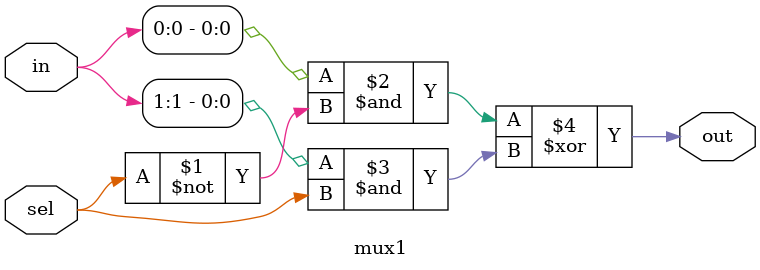
<source format=sv>
`timescale 1ns/1ps
`default_nettype none

module mux1(in, sel, out);
	input wire [1:0] in;
	input wire sel;

	output wire out;

	assign out = (in[0] & ~sel) ^ (in[1] & sel);
endmodule

</source>
